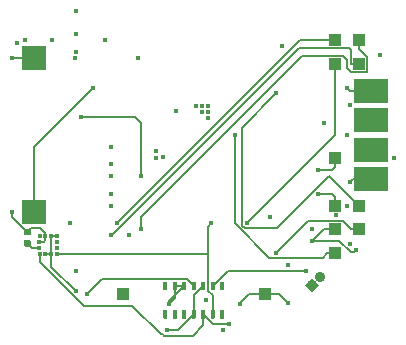
<source format=gbr>
%TF.GenerationSoftware,KiCad,Pcbnew,(6.0.0-rc1-dev-1546-g786ee0e)*%
%TF.CreationDate,2021-05-18T14:47:40-07:00*%
%TF.ProjectId,MainBoard,4d61696e-426f-4617-9264-2e6b69636164,rev?*%
%TF.SameCoordinates,Original*%
%TF.FileFunction,Copper,L4,Bot*%
%TF.FilePolarity,Positive*%
%FSLAX46Y46*%
G04 Gerber Fmt 4.6, Leading zero omitted, Abs format (unit mm)*
G04 Created by KiCad (PCBNEW (6.0.0-rc1-dev-1546-g786ee0e)) date Tue 18 May 2021 02:47:40 PM PDT*
%MOMM*%
%LPD*%
G04 APERTURE LIST*
%TA.AperFunction,SMDPad,CuDef*%
%ADD10R,0.375000X0.350000*%
%TD*%
%TA.AperFunction,SMDPad,CuDef*%
%ADD11R,0.350000X0.375000*%
%TD*%
%TA.AperFunction,Conductor*%
%ADD12C,0.100000*%
%TD*%
%TA.AperFunction,SMDPad,CuDef*%
%ADD13C,0.560000*%
%TD*%
%TA.AperFunction,SMDPad,CuDef*%
%ADD14R,1.000000X1.000000*%
%TD*%
%TA.AperFunction,SMDPad,CuDef*%
%ADD15C,0.350000*%
%TD*%
%TA.AperFunction,SMDPad,CuDef*%
%ADD16R,3.000000X2.000000*%
%TD*%
%TA.AperFunction,ComponentPad*%
%ADD17C,0.850000*%
%TD*%
%TA.AperFunction,Conductor*%
%ADD18C,0.850000*%
%TD*%
%TA.AperFunction,SMDPad,CuDef*%
%ADD19R,2.000000X2.000000*%
%TD*%
%TA.AperFunction,ViaPad*%
%ADD20C,0.400000*%
%TD*%
%TA.AperFunction,Conductor*%
%ADD21C,0.200000*%
%TD*%
G04 APERTURE END LIST*
D10*
%TO.P,U3,12*%
%TO.N,Net-(U3-Pad12)*%
X121962500Y-48050000D03*
%TO.P,U3,11*%
%TO.N,Net-(U3-Pad11)*%
X121962500Y-47550000D03*
%TO.P,U3,6*%
%TO.N,GND*%
X120437500Y-47550000D03*
%TO.P,U3,5*%
%TO.N,Net-(C4-Pad2)*%
X120437500Y-48050000D03*
D11*
%TO.P,U3,10*%
%TO.N,+3V3*%
X121950000Y-47037500D03*
%TO.P,U3,1*%
%TO.N,SCL*%
X121950000Y-48562500D03*
%TO.P,U3,7*%
%TO.N,Net-(U3-Pad7)*%
X120450000Y-47037500D03*
%TO.P,U3,4*%
%TO.N,SDA*%
X120450000Y-48562500D03*
%TO.P,U3,8*%
%TO.N,GND*%
X120950000Y-47037500D03*
%TO.P,U3,9*%
%TO.N,+3V3*%
X121450000Y-47037500D03*
%TO.P,U3,3*%
X120950000Y-48562500D03*
%TO.P,U3,2*%
X121450000Y-48562500D03*
%TD*%
D12*
%TO.N,Net-(C4-Pad2)*%
%TO.C,C4*%
G36*
X119583722Y-47400674D02*
G01*
X119597313Y-47402690D01*
X119610640Y-47406028D01*
X119623576Y-47410657D01*
X119635996Y-47416531D01*
X119647780Y-47423594D01*
X119658815Y-47431779D01*
X119668995Y-47441005D01*
X119678221Y-47451185D01*
X119686406Y-47462220D01*
X119693469Y-47474004D01*
X119699343Y-47486424D01*
X119703972Y-47499360D01*
X119707310Y-47512687D01*
X119709326Y-47526278D01*
X119710000Y-47540000D01*
X119710000Y-47820000D01*
X119709326Y-47833722D01*
X119707310Y-47847313D01*
X119703972Y-47860640D01*
X119699343Y-47873576D01*
X119693469Y-47885996D01*
X119686406Y-47897780D01*
X119678221Y-47908815D01*
X119668995Y-47918995D01*
X119658815Y-47928221D01*
X119647780Y-47936406D01*
X119635996Y-47943469D01*
X119623576Y-47949343D01*
X119610640Y-47953972D01*
X119597313Y-47957310D01*
X119583722Y-47959326D01*
X119570000Y-47960000D01*
X119230000Y-47960000D01*
X119216278Y-47959326D01*
X119202687Y-47957310D01*
X119189360Y-47953972D01*
X119176424Y-47949343D01*
X119164004Y-47943469D01*
X119152220Y-47936406D01*
X119141185Y-47928221D01*
X119131005Y-47918995D01*
X119121779Y-47908815D01*
X119113594Y-47897780D01*
X119106531Y-47885996D01*
X119100657Y-47873576D01*
X119096028Y-47860640D01*
X119092690Y-47847313D01*
X119090674Y-47833722D01*
X119090000Y-47820000D01*
X119090000Y-47540000D01*
X119090674Y-47526278D01*
X119092690Y-47512687D01*
X119096028Y-47499360D01*
X119100657Y-47486424D01*
X119106531Y-47474004D01*
X119113594Y-47462220D01*
X119121779Y-47451185D01*
X119131005Y-47441005D01*
X119141185Y-47431779D01*
X119152220Y-47423594D01*
X119164004Y-47416531D01*
X119176424Y-47410657D01*
X119189360Y-47406028D01*
X119202687Y-47402690D01*
X119216278Y-47400674D01*
X119230000Y-47400000D01*
X119570000Y-47400000D01*
X119583722Y-47400674D01*
X119583722Y-47400674D01*
G37*
D13*
%TD*%
%TO.P,C4,2*%
%TO.N,Net-(C4-Pad2)*%
X119400000Y-47680000D03*
D12*
%TO.N,GND*%
%TO.C,C4*%
G36*
X119583722Y-46440674D02*
G01*
X119597313Y-46442690D01*
X119610640Y-46446028D01*
X119623576Y-46450657D01*
X119635996Y-46456531D01*
X119647780Y-46463594D01*
X119658815Y-46471779D01*
X119668995Y-46481005D01*
X119678221Y-46491185D01*
X119686406Y-46502220D01*
X119693469Y-46514004D01*
X119699343Y-46526424D01*
X119703972Y-46539360D01*
X119707310Y-46552687D01*
X119709326Y-46566278D01*
X119710000Y-46580000D01*
X119710000Y-46860000D01*
X119709326Y-46873722D01*
X119707310Y-46887313D01*
X119703972Y-46900640D01*
X119699343Y-46913576D01*
X119693469Y-46925996D01*
X119686406Y-46937780D01*
X119678221Y-46948815D01*
X119668995Y-46958995D01*
X119658815Y-46968221D01*
X119647780Y-46976406D01*
X119635996Y-46983469D01*
X119623576Y-46989343D01*
X119610640Y-46993972D01*
X119597313Y-46997310D01*
X119583722Y-46999326D01*
X119570000Y-47000000D01*
X119230000Y-47000000D01*
X119216278Y-46999326D01*
X119202687Y-46997310D01*
X119189360Y-46993972D01*
X119176424Y-46989343D01*
X119164004Y-46983469D01*
X119152220Y-46976406D01*
X119141185Y-46968221D01*
X119131005Y-46958995D01*
X119121779Y-46948815D01*
X119113594Y-46937780D01*
X119106531Y-46925996D01*
X119100657Y-46913576D01*
X119096028Y-46900640D01*
X119092690Y-46887313D01*
X119090674Y-46873722D01*
X119090000Y-46860000D01*
X119090000Y-46580000D01*
X119090674Y-46566278D01*
X119092690Y-46552687D01*
X119096028Y-46539360D01*
X119100657Y-46526424D01*
X119106531Y-46514004D01*
X119113594Y-46502220D01*
X119121779Y-46491185D01*
X119131005Y-46481005D01*
X119141185Y-46471779D01*
X119152220Y-46463594D01*
X119164004Y-46456531D01*
X119176424Y-46450657D01*
X119189360Y-46446028D01*
X119202687Y-46442690D01*
X119216278Y-46440674D01*
X119230000Y-46440000D01*
X119570000Y-46440000D01*
X119583722Y-46440674D01*
X119583722Y-46440674D01*
G37*
D13*
%TD*%
%TO.P,C4,1*%
%TO.N,GND*%
X119400000Y-46720000D03*
D14*
%TO.P,TP11,1*%
%TO.N,Net-(BT1-Pad1)*%
X145500000Y-40500000D03*
%TD*%
D12*
%TO.N,Net-(IC1-Pad14)*%
%TO.C,IC1*%
G36*
X135996076Y-50925421D02*
G01*
X136004570Y-50926681D01*
X136012900Y-50928768D01*
X136020985Y-50931661D01*
X136028747Y-50935332D01*
X136036112Y-50939746D01*
X136043009Y-50944862D01*
X136049372Y-50950628D01*
X136055138Y-50956991D01*
X136060254Y-50963888D01*
X136064668Y-50971253D01*
X136068339Y-50979015D01*
X136071232Y-50987100D01*
X136073319Y-50995430D01*
X136074579Y-51003924D01*
X136075000Y-51012500D01*
X136075000Y-51587500D01*
X136074579Y-51596076D01*
X136073319Y-51604570D01*
X136071232Y-51612900D01*
X136068339Y-51620985D01*
X136064668Y-51628747D01*
X136060254Y-51636112D01*
X136055138Y-51643009D01*
X136049372Y-51649372D01*
X136043009Y-51655138D01*
X136036112Y-51660254D01*
X136028747Y-51664668D01*
X136020985Y-51668339D01*
X136012900Y-51671232D01*
X136004570Y-51673319D01*
X135996076Y-51674579D01*
X135987500Y-51675000D01*
X135812500Y-51675000D01*
X135803924Y-51674579D01*
X135795430Y-51673319D01*
X135787100Y-51671232D01*
X135779015Y-51668339D01*
X135771253Y-51664668D01*
X135763888Y-51660254D01*
X135756991Y-51655138D01*
X135750628Y-51649372D01*
X135744862Y-51643009D01*
X135739746Y-51636112D01*
X135735332Y-51628747D01*
X135731661Y-51620985D01*
X135728768Y-51612900D01*
X135726681Y-51604570D01*
X135725421Y-51596076D01*
X135725000Y-51587500D01*
X135725000Y-51012500D01*
X135725421Y-51003924D01*
X135726681Y-50995430D01*
X135728768Y-50987100D01*
X135731661Y-50979015D01*
X135735332Y-50971253D01*
X135739746Y-50963888D01*
X135744862Y-50956991D01*
X135750628Y-50950628D01*
X135756991Y-50944862D01*
X135763888Y-50939746D01*
X135771253Y-50935332D01*
X135779015Y-50931661D01*
X135787100Y-50928768D01*
X135795430Y-50926681D01*
X135803924Y-50925421D01*
X135812500Y-50925000D01*
X135987500Y-50925000D01*
X135996076Y-50925421D01*
X135996076Y-50925421D01*
G37*
D15*
%TD*%
%TO.P,IC1,14*%
%TO.N,Net-(IC1-Pad14)*%
X135900000Y-51300000D03*
D12*
%TO.N,Net-(IC1-Pad13)*%
%TO.C,IC1*%
G36*
X135196076Y-50925421D02*
G01*
X135204570Y-50926681D01*
X135212900Y-50928768D01*
X135220985Y-50931661D01*
X135228747Y-50935332D01*
X135236112Y-50939746D01*
X135243009Y-50944862D01*
X135249372Y-50950628D01*
X135255138Y-50956991D01*
X135260254Y-50963888D01*
X135264668Y-50971253D01*
X135268339Y-50979015D01*
X135271232Y-50987100D01*
X135273319Y-50995430D01*
X135274579Y-51003924D01*
X135275000Y-51012500D01*
X135275000Y-51587500D01*
X135274579Y-51596076D01*
X135273319Y-51604570D01*
X135271232Y-51612900D01*
X135268339Y-51620985D01*
X135264668Y-51628747D01*
X135260254Y-51636112D01*
X135255138Y-51643009D01*
X135249372Y-51649372D01*
X135243009Y-51655138D01*
X135236112Y-51660254D01*
X135228747Y-51664668D01*
X135220985Y-51668339D01*
X135212900Y-51671232D01*
X135204570Y-51673319D01*
X135196076Y-51674579D01*
X135187500Y-51675000D01*
X135012500Y-51675000D01*
X135003924Y-51674579D01*
X134995430Y-51673319D01*
X134987100Y-51671232D01*
X134979015Y-51668339D01*
X134971253Y-51664668D01*
X134963888Y-51660254D01*
X134956991Y-51655138D01*
X134950628Y-51649372D01*
X134944862Y-51643009D01*
X134939746Y-51636112D01*
X134935332Y-51628747D01*
X134931661Y-51620985D01*
X134928768Y-51612900D01*
X134926681Y-51604570D01*
X134925421Y-51596076D01*
X134925000Y-51587500D01*
X134925000Y-51012500D01*
X134925421Y-51003924D01*
X134926681Y-50995430D01*
X134928768Y-50987100D01*
X134931661Y-50979015D01*
X134935332Y-50971253D01*
X134939746Y-50963888D01*
X134944862Y-50956991D01*
X134950628Y-50950628D01*
X134956991Y-50944862D01*
X134963888Y-50939746D01*
X134971253Y-50935332D01*
X134979015Y-50931661D01*
X134987100Y-50928768D01*
X134995430Y-50926681D01*
X135003924Y-50925421D01*
X135012500Y-50925000D01*
X135187500Y-50925000D01*
X135196076Y-50925421D01*
X135196076Y-50925421D01*
G37*
D15*
%TD*%
%TO.P,IC1,13*%
%TO.N,Net-(IC1-Pad13)*%
X135100000Y-51300000D03*
D12*
%TO.N,GND*%
%TO.C,IC1*%
G36*
X134396076Y-50925421D02*
G01*
X134404570Y-50926681D01*
X134412900Y-50928768D01*
X134420985Y-50931661D01*
X134428747Y-50935332D01*
X134436112Y-50939746D01*
X134443009Y-50944862D01*
X134449372Y-50950628D01*
X134455138Y-50956991D01*
X134460254Y-50963888D01*
X134464668Y-50971253D01*
X134468339Y-50979015D01*
X134471232Y-50987100D01*
X134473319Y-50995430D01*
X134474579Y-51003924D01*
X134475000Y-51012500D01*
X134475000Y-51587500D01*
X134474579Y-51596076D01*
X134473319Y-51604570D01*
X134471232Y-51612900D01*
X134468339Y-51620985D01*
X134464668Y-51628747D01*
X134460254Y-51636112D01*
X134455138Y-51643009D01*
X134449372Y-51649372D01*
X134443009Y-51655138D01*
X134436112Y-51660254D01*
X134428747Y-51664668D01*
X134420985Y-51668339D01*
X134412900Y-51671232D01*
X134404570Y-51673319D01*
X134396076Y-51674579D01*
X134387500Y-51675000D01*
X134212500Y-51675000D01*
X134203924Y-51674579D01*
X134195430Y-51673319D01*
X134187100Y-51671232D01*
X134179015Y-51668339D01*
X134171253Y-51664668D01*
X134163888Y-51660254D01*
X134156991Y-51655138D01*
X134150628Y-51649372D01*
X134144862Y-51643009D01*
X134139746Y-51636112D01*
X134135332Y-51628747D01*
X134131661Y-51620985D01*
X134128768Y-51612900D01*
X134126681Y-51604570D01*
X134125421Y-51596076D01*
X134125000Y-51587500D01*
X134125000Y-51012500D01*
X134125421Y-51003924D01*
X134126681Y-50995430D01*
X134128768Y-50987100D01*
X134131661Y-50979015D01*
X134135332Y-50971253D01*
X134139746Y-50963888D01*
X134144862Y-50956991D01*
X134150628Y-50950628D01*
X134156991Y-50944862D01*
X134163888Y-50939746D01*
X134171253Y-50935332D01*
X134179015Y-50931661D01*
X134187100Y-50928768D01*
X134195430Y-50926681D01*
X134203924Y-50925421D01*
X134212500Y-50925000D01*
X134387500Y-50925000D01*
X134396076Y-50925421D01*
X134396076Y-50925421D01*
G37*
D15*
%TD*%
%TO.P,IC1,12*%
%TO.N,GND*%
X134300000Y-51300000D03*
D12*
%TO.N,Net-(D2-Pad2)*%
%TO.C,IC1*%
G36*
X133596076Y-50925421D02*
G01*
X133604570Y-50926681D01*
X133612900Y-50928768D01*
X133620985Y-50931661D01*
X133628747Y-50935332D01*
X133636112Y-50939746D01*
X133643009Y-50944862D01*
X133649372Y-50950628D01*
X133655138Y-50956991D01*
X133660254Y-50963888D01*
X133664668Y-50971253D01*
X133668339Y-50979015D01*
X133671232Y-50987100D01*
X133673319Y-50995430D01*
X133674579Y-51003924D01*
X133675000Y-51012500D01*
X133675000Y-51587500D01*
X133674579Y-51596076D01*
X133673319Y-51604570D01*
X133671232Y-51612900D01*
X133668339Y-51620985D01*
X133664668Y-51628747D01*
X133660254Y-51636112D01*
X133655138Y-51643009D01*
X133649372Y-51649372D01*
X133643009Y-51655138D01*
X133636112Y-51660254D01*
X133628747Y-51664668D01*
X133620985Y-51668339D01*
X133612900Y-51671232D01*
X133604570Y-51673319D01*
X133596076Y-51674579D01*
X133587500Y-51675000D01*
X133412500Y-51675000D01*
X133403924Y-51674579D01*
X133395430Y-51673319D01*
X133387100Y-51671232D01*
X133379015Y-51668339D01*
X133371253Y-51664668D01*
X133363888Y-51660254D01*
X133356991Y-51655138D01*
X133350628Y-51649372D01*
X133344862Y-51643009D01*
X133339746Y-51636112D01*
X133335332Y-51628747D01*
X133331661Y-51620985D01*
X133328768Y-51612900D01*
X133326681Y-51604570D01*
X133325421Y-51596076D01*
X133325000Y-51587500D01*
X133325000Y-51012500D01*
X133325421Y-51003924D01*
X133326681Y-50995430D01*
X133328768Y-50987100D01*
X133331661Y-50979015D01*
X133335332Y-50971253D01*
X133339746Y-50963888D01*
X133344862Y-50956991D01*
X133350628Y-50950628D01*
X133356991Y-50944862D01*
X133363888Y-50939746D01*
X133371253Y-50935332D01*
X133379015Y-50931661D01*
X133387100Y-50928768D01*
X133395430Y-50926681D01*
X133403924Y-50925421D01*
X133412500Y-50925000D01*
X133587500Y-50925000D01*
X133596076Y-50925421D01*
X133596076Y-50925421D01*
G37*
D15*
%TD*%
%TO.P,IC1,11*%
%TO.N,Net-(D2-Pad2)*%
X133500000Y-51300000D03*
D12*
%TO.N,+3V3*%
%TO.C,IC1*%
G36*
X132796076Y-50925421D02*
G01*
X132804570Y-50926681D01*
X132812900Y-50928768D01*
X132820985Y-50931661D01*
X132828747Y-50935332D01*
X132836112Y-50939746D01*
X132843009Y-50944862D01*
X132849372Y-50950628D01*
X132855138Y-50956991D01*
X132860254Y-50963888D01*
X132864668Y-50971253D01*
X132868339Y-50979015D01*
X132871232Y-50987100D01*
X132873319Y-50995430D01*
X132874579Y-51003924D01*
X132875000Y-51012500D01*
X132875000Y-51587500D01*
X132874579Y-51596076D01*
X132873319Y-51604570D01*
X132871232Y-51612900D01*
X132868339Y-51620985D01*
X132864668Y-51628747D01*
X132860254Y-51636112D01*
X132855138Y-51643009D01*
X132849372Y-51649372D01*
X132843009Y-51655138D01*
X132836112Y-51660254D01*
X132828747Y-51664668D01*
X132820985Y-51668339D01*
X132812900Y-51671232D01*
X132804570Y-51673319D01*
X132796076Y-51674579D01*
X132787500Y-51675000D01*
X132612500Y-51675000D01*
X132603924Y-51674579D01*
X132595430Y-51673319D01*
X132587100Y-51671232D01*
X132579015Y-51668339D01*
X132571253Y-51664668D01*
X132563888Y-51660254D01*
X132556991Y-51655138D01*
X132550628Y-51649372D01*
X132544862Y-51643009D01*
X132539746Y-51636112D01*
X132535332Y-51628747D01*
X132531661Y-51620985D01*
X132528768Y-51612900D01*
X132526681Y-51604570D01*
X132525421Y-51596076D01*
X132525000Y-51587500D01*
X132525000Y-51012500D01*
X132525421Y-51003924D01*
X132526681Y-50995430D01*
X132528768Y-50987100D01*
X132531661Y-50979015D01*
X132535332Y-50971253D01*
X132539746Y-50963888D01*
X132544862Y-50956991D01*
X132550628Y-50950628D01*
X132556991Y-50944862D01*
X132563888Y-50939746D01*
X132571253Y-50935332D01*
X132579015Y-50931661D01*
X132587100Y-50928768D01*
X132595430Y-50926681D01*
X132603924Y-50925421D01*
X132612500Y-50925000D01*
X132787500Y-50925000D01*
X132796076Y-50925421D01*
X132796076Y-50925421D01*
G37*
D15*
%TD*%
%TO.P,IC1,10*%
%TO.N,+3V3*%
X132700000Y-51300000D03*
D12*
%TO.N,+3V3*%
%TO.C,IC1*%
G36*
X131996076Y-50925421D02*
G01*
X132004570Y-50926681D01*
X132012900Y-50928768D01*
X132020985Y-50931661D01*
X132028747Y-50935332D01*
X132036112Y-50939746D01*
X132043009Y-50944862D01*
X132049372Y-50950628D01*
X132055138Y-50956991D01*
X132060254Y-50963888D01*
X132064668Y-50971253D01*
X132068339Y-50979015D01*
X132071232Y-50987100D01*
X132073319Y-50995430D01*
X132074579Y-51003924D01*
X132075000Y-51012500D01*
X132075000Y-51587500D01*
X132074579Y-51596076D01*
X132073319Y-51604570D01*
X132071232Y-51612900D01*
X132068339Y-51620985D01*
X132064668Y-51628747D01*
X132060254Y-51636112D01*
X132055138Y-51643009D01*
X132049372Y-51649372D01*
X132043009Y-51655138D01*
X132036112Y-51660254D01*
X132028747Y-51664668D01*
X132020985Y-51668339D01*
X132012900Y-51671232D01*
X132004570Y-51673319D01*
X131996076Y-51674579D01*
X131987500Y-51675000D01*
X131812500Y-51675000D01*
X131803924Y-51674579D01*
X131795430Y-51673319D01*
X131787100Y-51671232D01*
X131779015Y-51668339D01*
X131771253Y-51664668D01*
X131763888Y-51660254D01*
X131756991Y-51655138D01*
X131750628Y-51649372D01*
X131744862Y-51643009D01*
X131739746Y-51636112D01*
X131735332Y-51628747D01*
X131731661Y-51620985D01*
X131728768Y-51612900D01*
X131726681Y-51604570D01*
X131725421Y-51596076D01*
X131725000Y-51587500D01*
X131725000Y-51012500D01*
X131725421Y-51003924D01*
X131726681Y-50995430D01*
X131728768Y-50987100D01*
X131731661Y-50979015D01*
X131735332Y-50971253D01*
X131739746Y-50963888D01*
X131744862Y-50956991D01*
X131750628Y-50950628D01*
X131756991Y-50944862D01*
X131763888Y-50939746D01*
X131771253Y-50935332D01*
X131779015Y-50931661D01*
X131787100Y-50928768D01*
X131795430Y-50926681D01*
X131803924Y-50925421D01*
X131812500Y-50925000D01*
X131987500Y-50925000D01*
X131996076Y-50925421D01*
X131996076Y-50925421D01*
G37*
D15*
%TD*%
%TO.P,IC1,9*%
%TO.N,+3V3*%
X131900000Y-51300000D03*
D12*
%TO.N,Net-(IC1-Pad8)*%
%TO.C,IC1*%
G36*
X131196076Y-50925421D02*
G01*
X131204570Y-50926681D01*
X131212900Y-50928768D01*
X131220985Y-50931661D01*
X131228747Y-50935332D01*
X131236112Y-50939746D01*
X131243009Y-50944862D01*
X131249372Y-50950628D01*
X131255138Y-50956991D01*
X131260254Y-50963888D01*
X131264668Y-50971253D01*
X131268339Y-50979015D01*
X131271232Y-50987100D01*
X131273319Y-50995430D01*
X131274579Y-51003924D01*
X131275000Y-51012500D01*
X131275000Y-51587500D01*
X131274579Y-51596076D01*
X131273319Y-51604570D01*
X131271232Y-51612900D01*
X131268339Y-51620985D01*
X131264668Y-51628747D01*
X131260254Y-51636112D01*
X131255138Y-51643009D01*
X131249372Y-51649372D01*
X131243009Y-51655138D01*
X131236112Y-51660254D01*
X131228747Y-51664668D01*
X131220985Y-51668339D01*
X131212900Y-51671232D01*
X131204570Y-51673319D01*
X131196076Y-51674579D01*
X131187500Y-51675000D01*
X131012500Y-51675000D01*
X131003924Y-51674579D01*
X130995430Y-51673319D01*
X130987100Y-51671232D01*
X130979015Y-51668339D01*
X130971253Y-51664668D01*
X130963888Y-51660254D01*
X130956991Y-51655138D01*
X130950628Y-51649372D01*
X130944862Y-51643009D01*
X130939746Y-51636112D01*
X130935332Y-51628747D01*
X130931661Y-51620985D01*
X130928768Y-51612900D01*
X130926681Y-51604570D01*
X130925421Y-51596076D01*
X130925000Y-51587500D01*
X130925000Y-51012500D01*
X130925421Y-51003924D01*
X130926681Y-50995430D01*
X130928768Y-50987100D01*
X130931661Y-50979015D01*
X130935332Y-50971253D01*
X130939746Y-50963888D01*
X130944862Y-50956991D01*
X130950628Y-50950628D01*
X130956991Y-50944862D01*
X130963888Y-50939746D01*
X130971253Y-50935332D01*
X130979015Y-50931661D01*
X130987100Y-50928768D01*
X130995430Y-50926681D01*
X131003924Y-50925421D01*
X131012500Y-50925000D01*
X131187500Y-50925000D01*
X131196076Y-50925421D01*
X131196076Y-50925421D01*
G37*
D15*
%TD*%
%TO.P,IC1,8*%
%TO.N,Net-(IC1-Pad8)*%
X131100000Y-51300000D03*
D12*
%TO.N,Net-(IC1-Pad7)*%
%TO.C,IC1*%
G36*
X131196076Y-53325421D02*
G01*
X131204570Y-53326681D01*
X131212900Y-53328768D01*
X131220985Y-53331661D01*
X131228747Y-53335332D01*
X131236112Y-53339746D01*
X131243009Y-53344862D01*
X131249372Y-53350628D01*
X131255138Y-53356991D01*
X131260254Y-53363888D01*
X131264668Y-53371253D01*
X131268339Y-53379015D01*
X131271232Y-53387100D01*
X131273319Y-53395430D01*
X131274579Y-53403924D01*
X131275000Y-53412500D01*
X131275000Y-53987500D01*
X131274579Y-53996076D01*
X131273319Y-54004570D01*
X131271232Y-54012900D01*
X131268339Y-54020985D01*
X131264668Y-54028747D01*
X131260254Y-54036112D01*
X131255138Y-54043009D01*
X131249372Y-54049372D01*
X131243009Y-54055138D01*
X131236112Y-54060254D01*
X131228747Y-54064668D01*
X131220985Y-54068339D01*
X131212900Y-54071232D01*
X131204570Y-54073319D01*
X131196076Y-54074579D01*
X131187500Y-54075000D01*
X131012500Y-54075000D01*
X131003924Y-54074579D01*
X130995430Y-54073319D01*
X130987100Y-54071232D01*
X130979015Y-54068339D01*
X130971253Y-54064668D01*
X130963888Y-54060254D01*
X130956991Y-54055138D01*
X130950628Y-54049372D01*
X130944862Y-54043009D01*
X130939746Y-54036112D01*
X130935332Y-54028747D01*
X130931661Y-54020985D01*
X130928768Y-54012900D01*
X130926681Y-54004570D01*
X130925421Y-53996076D01*
X130925000Y-53987500D01*
X130925000Y-53412500D01*
X130925421Y-53403924D01*
X130926681Y-53395430D01*
X130928768Y-53387100D01*
X130931661Y-53379015D01*
X130935332Y-53371253D01*
X130939746Y-53363888D01*
X130944862Y-53356991D01*
X130950628Y-53350628D01*
X130956991Y-53344862D01*
X130963888Y-53339746D01*
X130971253Y-53335332D01*
X130979015Y-53331661D01*
X130987100Y-53328768D01*
X130995430Y-53326681D01*
X131003924Y-53325421D01*
X131012500Y-53325000D01*
X131187500Y-53325000D01*
X131196076Y-53325421D01*
X131196076Y-53325421D01*
G37*
D15*
%TD*%
%TO.P,IC1,7*%
%TO.N,Net-(IC1-Pad7)*%
X131100000Y-53700000D03*
D12*
%TO.N,Net-(IC1-Pad6)*%
%TO.C,IC1*%
G36*
X131996076Y-53325421D02*
G01*
X132004570Y-53326681D01*
X132012900Y-53328768D01*
X132020985Y-53331661D01*
X132028747Y-53335332D01*
X132036112Y-53339746D01*
X132043009Y-53344862D01*
X132049372Y-53350628D01*
X132055138Y-53356991D01*
X132060254Y-53363888D01*
X132064668Y-53371253D01*
X132068339Y-53379015D01*
X132071232Y-53387100D01*
X132073319Y-53395430D01*
X132074579Y-53403924D01*
X132075000Y-53412500D01*
X132075000Y-53987500D01*
X132074579Y-53996076D01*
X132073319Y-54004570D01*
X132071232Y-54012900D01*
X132068339Y-54020985D01*
X132064668Y-54028747D01*
X132060254Y-54036112D01*
X132055138Y-54043009D01*
X132049372Y-54049372D01*
X132043009Y-54055138D01*
X132036112Y-54060254D01*
X132028747Y-54064668D01*
X132020985Y-54068339D01*
X132012900Y-54071232D01*
X132004570Y-54073319D01*
X131996076Y-54074579D01*
X131987500Y-54075000D01*
X131812500Y-54075000D01*
X131803924Y-54074579D01*
X131795430Y-54073319D01*
X131787100Y-54071232D01*
X131779015Y-54068339D01*
X131771253Y-54064668D01*
X131763888Y-54060254D01*
X131756991Y-54055138D01*
X131750628Y-54049372D01*
X131744862Y-54043009D01*
X131739746Y-54036112D01*
X131735332Y-54028747D01*
X131731661Y-54020985D01*
X131728768Y-54012900D01*
X131726681Y-54004570D01*
X131725421Y-53996076D01*
X131725000Y-53987500D01*
X131725000Y-53412500D01*
X131725421Y-53403924D01*
X131726681Y-53395430D01*
X131728768Y-53387100D01*
X131731661Y-53379015D01*
X131735332Y-53371253D01*
X131739746Y-53363888D01*
X131744862Y-53356991D01*
X131750628Y-53350628D01*
X131756991Y-53344862D01*
X131763888Y-53339746D01*
X131771253Y-53335332D01*
X131779015Y-53331661D01*
X131787100Y-53328768D01*
X131795430Y-53326681D01*
X131803924Y-53325421D01*
X131812500Y-53325000D01*
X131987500Y-53325000D01*
X131996076Y-53325421D01*
X131996076Y-53325421D01*
G37*
D15*
%TD*%
%TO.P,IC1,6*%
%TO.N,Net-(IC1-Pad6)*%
X131900000Y-53700000D03*
D12*
%TO.N,Net-(IC1-Pad5)*%
%TO.C,IC1*%
G36*
X132796076Y-53325421D02*
G01*
X132804570Y-53326681D01*
X132812900Y-53328768D01*
X132820985Y-53331661D01*
X132828747Y-53335332D01*
X132836112Y-53339746D01*
X132843009Y-53344862D01*
X132849372Y-53350628D01*
X132855138Y-53356991D01*
X132860254Y-53363888D01*
X132864668Y-53371253D01*
X132868339Y-53379015D01*
X132871232Y-53387100D01*
X132873319Y-53395430D01*
X132874579Y-53403924D01*
X132875000Y-53412500D01*
X132875000Y-53987500D01*
X132874579Y-53996076D01*
X132873319Y-54004570D01*
X132871232Y-54012900D01*
X132868339Y-54020985D01*
X132864668Y-54028747D01*
X132860254Y-54036112D01*
X132855138Y-54043009D01*
X132849372Y-54049372D01*
X132843009Y-54055138D01*
X132836112Y-54060254D01*
X132828747Y-54064668D01*
X132820985Y-54068339D01*
X132812900Y-54071232D01*
X132804570Y-54073319D01*
X132796076Y-54074579D01*
X132787500Y-54075000D01*
X132612500Y-54075000D01*
X132603924Y-54074579D01*
X132595430Y-54073319D01*
X132587100Y-54071232D01*
X132579015Y-54068339D01*
X132571253Y-54064668D01*
X132563888Y-54060254D01*
X132556991Y-54055138D01*
X132550628Y-54049372D01*
X132544862Y-54043009D01*
X132539746Y-54036112D01*
X132535332Y-54028747D01*
X132531661Y-54020985D01*
X132528768Y-54012900D01*
X132526681Y-54004570D01*
X132525421Y-53996076D01*
X132525000Y-53987500D01*
X132525000Y-53412500D01*
X132525421Y-53403924D01*
X132526681Y-53395430D01*
X132528768Y-53387100D01*
X132531661Y-53379015D01*
X132535332Y-53371253D01*
X132539746Y-53363888D01*
X132544862Y-53356991D01*
X132550628Y-53350628D01*
X132556991Y-53344862D01*
X132563888Y-53339746D01*
X132571253Y-53335332D01*
X132579015Y-53331661D01*
X132587100Y-53328768D01*
X132595430Y-53326681D01*
X132603924Y-53325421D01*
X132612500Y-53325000D01*
X132787500Y-53325000D01*
X132796076Y-53325421D01*
X132796076Y-53325421D01*
G37*
D15*
%TD*%
%TO.P,IC1,5*%
%TO.N,Net-(IC1-Pad5)*%
X132700000Y-53700000D03*
D12*
%TO.N,GND*%
%TO.C,IC1*%
G36*
X133596076Y-53325421D02*
G01*
X133604570Y-53326681D01*
X133612900Y-53328768D01*
X133620985Y-53331661D01*
X133628747Y-53335332D01*
X133636112Y-53339746D01*
X133643009Y-53344862D01*
X133649372Y-53350628D01*
X133655138Y-53356991D01*
X133660254Y-53363888D01*
X133664668Y-53371253D01*
X133668339Y-53379015D01*
X133671232Y-53387100D01*
X133673319Y-53395430D01*
X133674579Y-53403924D01*
X133675000Y-53412500D01*
X133675000Y-53987500D01*
X133674579Y-53996076D01*
X133673319Y-54004570D01*
X133671232Y-54012900D01*
X133668339Y-54020985D01*
X133664668Y-54028747D01*
X133660254Y-54036112D01*
X133655138Y-54043009D01*
X133649372Y-54049372D01*
X133643009Y-54055138D01*
X133636112Y-54060254D01*
X133628747Y-54064668D01*
X133620985Y-54068339D01*
X133612900Y-54071232D01*
X133604570Y-54073319D01*
X133596076Y-54074579D01*
X133587500Y-54075000D01*
X133412500Y-54075000D01*
X133403924Y-54074579D01*
X133395430Y-54073319D01*
X133387100Y-54071232D01*
X133379015Y-54068339D01*
X133371253Y-54064668D01*
X133363888Y-54060254D01*
X133356991Y-54055138D01*
X133350628Y-54049372D01*
X133344862Y-54043009D01*
X133339746Y-54036112D01*
X133335332Y-54028747D01*
X133331661Y-54020985D01*
X133328768Y-54012900D01*
X133326681Y-54004570D01*
X133325421Y-53996076D01*
X133325000Y-53987500D01*
X133325000Y-53412500D01*
X133325421Y-53403924D01*
X133326681Y-53395430D01*
X133328768Y-53387100D01*
X133331661Y-53379015D01*
X133335332Y-53371253D01*
X133339746Y-53363888D01*
X133344862Y-53356991D01*
X133350628Y-53350628D01*
X133356991Y-53344862D01*
X133363888Y-53339746D01*
X133371253Y-53335332D01*
X133379015Y-53331661D01*
X133387100Y-53328768D01*
X133395430Y-53326681D01*
X133403924Y-53325421D01*
X133412500Y-53325000D01*
X133587500Y-53325000D01*
X133596076Y-53325421D01*
X133596076Y-53325421D01*
G37*
D15*
%TD*%
%TO.P,IC1,4*%
%TO.N,GND*%
X133500000Y-53700000D03*
D12*
%TO.N,SDA*%
%TO.C,IC1*%
G36*
X134396076Y-53325421D02*
G01*
X134404570Y-53326681D01*
X134412900Y-53328768D01*
X134420985Y-53331661D01*
X134428747Y-53335332D01*
X134436112Y-53339746D01*
X134443009Y-53344862D01*
X134449372Y-53350628D01*
X134455138Y-53356991D01*
X134460254Y-53363888D01*
X134464668Y-53371253D01*
X134468339Y-53379015D01*
X134471232Y-53387100D01*
X134473319Y-53395430D01*
X134474579Y-53403924D01*
X134475000Y-53412500D01*
X134475000Y-53987500D01*
X134474579Y-53996076D01*
X134473319Y-54004570D01*
X134471232Y-54012900D01*
X134468339Y-54020985D01*
X134464668Y-54028747D01*
X134460254Y-54036112D01*
X134455138Y-54043009D01*
X134449372Y-54049372D01*
X134443009Y-54055138D01*
X134436112Y-54060254D01*
X134428747Y-54064668D01*
X134420985Y-54068339D01*
X134412900Y-54071232D01*
X134404570Y-54073319D01*
X134396076Y-54074579D01*
X134387500Y-54075000D01*
X134212500Y-54075000D01*
X134203924Y-54074579D01*
X134195430Y-54073319D01*
X134187100Y-54071232D01*
X134179015Y-54068339D01*
X134171253Y-54064668D01*
X134163888Y-54060254D01*
X134156991Y-54055138D01*
X134150628Y-54049372D01*
X134144862Y-54043009D01*
X134139746Y-54036112D01*
X134135332Y-54028747D01*
X134131661Y-54020985D01*
X134128768Y-54012900D01*
X134126681Y-54004570D01*
X134125421Y-53996076D01*
X134125000Y-53987500D01*
X134125000Y-53412500D01*
X134125421Y-53403924D01*
X134126681Y-53395430D01*
X134128768Y-53387100D01*
X134131661Y-53379015D01*
X134135332Y-53371253D01*
X134139746Y-53363888D01*
X134144862Y-53356991D01*
X134150628Y-53350628D01*
X134156991Y-53344862D01*
X134163888Y-53339746D01*
X134171253Y-53335332D01*
X134179015Y-53331661D01*
X134187100Y-53328768D01*
X134195430Y-53326681D01*
X134203924Y-53325421D01*
X134212500Y-53325000D01*
X134387500Y-53325000D01*
X134396076Y-53325421D01*
X134396076Y-53325421D01*
G37*
D15*
%TD*%
%TO.P,IC1,3*%
%TO.N,SDA*%
X134300000Y-53700000D03*
D12*
%TO.N,SCL*%
%TO.C,IC1*%
G36*
X135196076Y-53325421D02*
G01*
X135204570Y-53326681D01*
X135212900Y-53328768D01*
X135220985Y-53331661D01*
X135228747Y-53335332D01*
X135236112Y-53339746D01*
X135243009Y-53344862D01*
X135249372Y-53350628D01*
X135255138Y-53356991D01*
X135260254Y-53363888D01*
X135264668Y-53371253D01*
X135268339Y-53379015D01*
X135271232Y-53387100D01*
X135273319Y-53395430D01*
X135274579Y-53403924D01*
X135275000Y-53412500D01*
X135275000Y-53987500D01*
X135274579Y-53996076D01*
X135273319Y-54004570D01*
X135271232Y-54012900D01*
X135268339Y-54020985D01*
X135264668Y-54028747D01*
X135260254Y-54036112D01*
X135255138Y-54043009D01*
X135249372Y-54049372D01*
X135243009Y-54055138D01*
X135236112Y-54060254D01*
X135228747Y-54064668D01*
X135220985Y-54068339D01*
X135212900Y-54071232D01*
X135204570Y-54073319D01*
X135196076Y-54074579D01*
X135187500Y-54075000D01*
X135012500Y-54075000D01*
X135003924Y-54074579D01*
X134995430Y-54073319D01*
X134987100Y-54071232D01*
X134979015Y-54068339D01*
X134971253Y-54064668D01*
X134963888Y-54060254D01*
X134956991Y-54055138D01*
X134950628Y-54049372D01*
X134944862Y-54043009D01*
X134939746Y-54036112D01*
X134935332Y-54028747D01*
X134931661Y-54020985D01*
X134928768Y-54012900D01*
X134926681Y-54004570D01*
X134925421Y-53996076D01*
X134925000Y-53987500D01*
X134925000Y-53412500D01*
X134925421Y-53403924D01*
X134926681Y-53395430D01*
X134928768Y-53387100D01*
X134931661Y-53379015D01*
X134935332Y-53371253D01*
X134939746Y-53363888D01*
X134944862Y-53356991D01*
X134950628Y-53350628D01*
X134956991Y-53344862D01*
X134963888Y-53339746D01*
X134971253Y-53335332D01*
X134979015Y-53331661D01*
X134987100Y-53328768D01*
X134995430Y-53326681D01*
X135003924Y-53325421D01*
X135012500Y-53325000D01*
X135187500Y-53325000D01*
X135196076Y-53325421D01*
X135196076Y-53325421D01*
G37*
D15*
%TD*%
%TO.P,IC1,2*%
%TO.N,SCL*%
X135100000Y-53700000D03*
D12*
%TO.N,Net-(IC1-Pad1)*%
%TO.C,IC1*%
G36*
X135996076Y-53325421D02*
G01*
X136004570Y-53326681D01*
X136012900Y-53328768D01*
X136020985Y-53331661D01*
X136028747Y-53335332D01*
X136036112Y-53339746D01*
X136043009Y-53344862D01*
X136049372Y-53350628D01*
X136055138Y-53356991D01*
X136060254Y-53363888D01*
X136064668Y-53371253D01*
X136068339Y-53379015D01*
X136071232Y-53387100D01*
X136073319Y-53395430D01*
X136074579Y-53403924D01*
X136075000Y-53412500D01*
X136075000Y-53987500D01*
X136074579Y-53996076D01*
X136073319Y-54004570D01*
X136071232Y-54012900D01*
X136068339Y-54020985D01*
X136064668Y-54028747D01*
X136060254Y-54036112D01*
X136055138Y-54043009D01*
X136049372Y-54049372D01*
X136043009Y-54055138D01*
X136036112Y-54060254D01*
X136028747Y-54064668D01*
X136020985Y-54068339D01*
X136012900Y-54071232D01*
X136004570Y-54073319D01*
X135996076Y-54074579D01*
X135987500Y-54075000D01*
X135812500Y-54075000D01*
X135803924Y-54074579D01*
X135795430Y-54073319D01*
X135787100Y-54071232D01*
X135779015Y-54068339D01*
X135771253Y-54064668D01*
X135763888Y-54060254D01*
X135756991Y-54055138D01*
X135750628Y-54049372D01*
X135744862Y-54043009D01*
X135739746Y-54036112D01*
X135735332Y-54028747D01*
X135731661Y-54020985D01*
X135728768Y-54012900D01*
X135726681Y-54004570D01*
X135725421Y-53996076D01*
X135725000Y-53987500D01*
X135725000Y-53412500D01*
X135725421Y-53403924D01*
X135726681Y-53395430D01*
X135728768Y-53387100D01*
X135731661Y-53379015D01*
X135735332Y-53371253D01*
X135739746Y-53363888D01*
X135744862Y-53356991D01*
X135750628Y-53350628D01*
X135756991Y-53344862D01*
X135763888Y-53339746D01*
X135771253Y-53335332D01*
X135779015Y-53331661D01*
X135787100Y-53328768D01*
X135795430Y-53326681D01*
X135803924Y-53325421D01*
X135812500Y-53325000D01*
X135987500Y-53325000D01*
X135996076Y-53325421D01*
X135996076Y-53325421D01*
G37*
D15*
%TD*%
%TO.P,IC1,1*%
%TO.N,Net-(IC1-Pad1)*%
X135900000Y-53700000D03*
D16*
%TO.P,J6,4*%
%TO.N,GND*%
X148500000Y-34750000D03*
%TO.P,J6,3*%
%TO.N,SDA*%
X148500000Y-37250000D03*
%TO.P,J6,2*%
%TO.N,SCL*%
X148500000Y-39750000D03*
%TO.P,J6,1*%
%TO.N,+3V3*%
X148500000Y-42250000D03*
%TD*%
D14*
%TO.P,TP10,1*%
%TO.N,GND*%
X127500000Y-52000000D03*
%TD*%
%TO.P,TP14,1*%
%TO.N,+3V3*%
X139500000Y-52000000D03*
%TD*%
%TO.P,TP1,1*%
%TO.N,Net-(R2-Pad2)*%
X145500000Y-44500000D03*
%TD*%
%TO.P,TP2,1*%
%TO.N,Net-(TP2-Pad1)*%
X147500000Y-32500000D03*
%TD*%
%TO.P,TP3,1*%
%TO.N,Net-(TP3-Pad1)*%
X145500000Y-30500000D03*
%TD*%
%TO.P,TP4,1*%
%TO.N,Net-(R7-Pad1)*%
X145500000Y-46500000D03*
%TD*%
%TO.P,TP5,1*%
%TO.N,Net-(TP5-Pad1)*%
X147500000Y-30500000D03*
%TD*%
%TO.P,TP6,1*%
%TO.N,Net-(TP6-Pad1)*%
X145500000Y-32500000D03*
%TD*%
%TO.P,TP7,1*%
%TO.N,Net-(R8-Pad2)*%
X147500000Y-46500000D03*
%TD*%
%TO.P,TP8,1*%
%TO.N,Net-(TP8-Pad1)*%
X147500000Y-44500000D03*
%TD*%
%TO.P,TP9,1*%
%TO.N,Net-(TP9-Pad1)*%
X145500000Y-48500000D03*
%TD*%
D17*
%TO.P,BT1,2*%
%TO.N,GND*%
X144207107Y-50500000D03*
D18*
%TD*%
%TO.N,GND*%
%TO.C,BT1*%
X144207107Y-50500000D02*
X144207107Y-50500000D01*
D17*
%TO.P,BT1,1*%
%TO.N,Net-(BT1-Pad1)*%
X143500000Y-51207107D03*
D12*
%TD*%
%TO.N,Net-(BT1-Pad1)*%
%TO.C,BT1*%
G36*
X144101041Y-51207107D02*
G01*
X143500000Y-51808148D01*
X142898959Y-51207107D01*
X143500000Y-50606066D01*
X144101041Y-51207107D01*
X144101041Y-51207107D01*
G37*
D19*
%TO.P,BZ1,2*%
%TO.N,Net-(BZ1-Pad2)*%
X120000000Y-45000000D03*
%TO.P,BZ1,1*%
%TO.N,GND*%
X120000000Y-32000000D03*
%TD*%
D20*
%TO.N,GND*%
X134200000Y-36600000D03*
X134700000Y-37100000D03*
X133700000Y-36100000D03*
X134700000Y-36600000D03*
X134200000Y-36100000D03*
X134700000Y-36100000D03*
X130900000Y-40400000D03*
X130300000Y-39900000D03*
X130300000Y-40500000D03*
X127500000Y-52000000D03*
X118120000Y-32000000D03*
X118120000Y-45000000D03*
X128000000Y-47000000D03*
X146500000Y-44500000D03*
X146500000Y-38500000D03*
X146500000Y-34500000D03*
X141000000Y-31000000D03*
X126000000Y-30500000D03*
X132000000Y-36500000D03*
X146750000Y-47750000D03*
X131250000Y-55010010D03*
X136000000Y-55010010D03*
X123500000Y-28000000D03*
%TO.N,+3V3*%
X141500000Y-52750000D03*
X141490000Y-49500000D03*
X146750000Y-42500000D03*
X144500000Y-37500000D03*
X146750000Y-36000000D03*
X149250000Y-31750000D03*
X131450000Y-52800000D03*
X123500000Y-51750000D03*
X128750000Y-32000000D03*
X118500000Y-30750000D03*
X150500000Y-40500000D03*
X137450000Y-52800000D03*
%TO.N,SDA*%
X149500000Y-37500000D03*
X136500000Y-54500000D03*
%TO.N,SCL*%
X148500000Y-39750000D03*
X135000000Y-46000000D03*
%TO.N,Net-(R4-Pad1)*%
X129000000Y-42000000D03*
X124000000Y-37000000D03*
%TO.N,Net-(R5-Pad1)*%
X140000000Y-45500000D03*
X134500000Y-52500000D03*
%TO.N,Net-(D2-Pad2)*%
X124500000Y-52000000D03*
%TO.N,Net-(J3-Pad9)*%
X126500000Y-41000000D03*
X123474228Y-32025772D03*
%TO.N,Net-(J3-Pad8)*%
X126500000Y-39500000D03*
X123500000Y-31500000D03*
%TO.N,Net-(J3-Pad7)*%
X126500000Y-44500000D03*
X119250000Y-30500000D03*
%TO.N,Net-(J3-Pad6)*%
X126500000Y-43500000D03*
X121500000Y-30500000D03*
%TO.N,Net-(J3-Pad5)*%
X126500000Y-42000000D03*
X123500000Y-30000000D03*
%TO.N,Net-(IC1-Pad13)*%
X143000000Y-50000000D03*
%TO.N,Net-(R2-Pad2)*%
X144000000Y-43500000D03*
%TO.N,Net-(R2-Pad1)*%
X123000000Y-46000000D03*
X143500000Y-46500000D03*
%TO.N,Net-(R7-Pad1)*%
X143500000Y-47500000D03*
X147250000Y-48250000D03*
%TO.N,Net-(R8-Pad2)*%
X140500000Y-48500000D03*
X123500000Y-50000000D03*
%TO.N,Net-(TP8-Pad1)*%
X140500000Y-35000000D03*
%TO.N,Net-(TP9-Pad1)*%
X137000000Y-38500000D03*
%TO.N,Net-(TP6-Pad1)*%
X138000000Y-46000000D03*
%TO.N,Net-(TP5-Pad1)*%
X129000000Y-46500000D03*
%TO.N,Net-(TP2-Pad1)*%
X126500000Y-47000000D03*
%TO.N,Net-(TP3-Pad1)*%
X127000000Y-46000000D03*
%TO.N,Net-(BZ1-Pad2)*%
X125000000Y-34555000D03*
%TO.N,Net-(BT1-Pad1)*%
X144000000Y-41500000D03*
X145550000Y-45310000D03*
%TD*%
D21*
%TO.N,GND*%
X146750000Y-34750000D02*
X148500000Y-34750000D01*
X146500000Y-34500000D02*
X146750000Y-34750000D01*
X132189990Y-55010010D02*
X131250000Y-55010010D01*
X133500000Y-53700000D02*
X132189990Y-55010010D01*
X133500000Y-52100000D02*
X133500000Y-53700000D01*
X134300000Y-51300000D02*
X133500000Y-52100000D01*
X120000000Y-32000000D02*
X118120000Y-32000000D01*
X118120000Y-45440000D02*
X118120000Y-45000000D01*
X119400000Y-46720000D02*
X118120000Y-45440000D01*
X120825000Y-47550000D02*
X120437500Y-47550000D01*
X120950000Y-47425000D02*
X120825000Y-47550000D01*
X120950000Y-47037500D02*
X120950000Y-47425000D01*
X119723442Y-46396558D02*
X119400000Y-46720000D01*
X120513560Y-46396558D02*
X119723442Y-46396558D01*
X120950000Y-46832998D02*
X120513560Y-46396558D01*
X120950000Y-47037500D02*
X120950000Y-46832998D01*
%TO.N,+3V3*%
X132700000Y-51300000D02*
X131900000Y-51300000D01*
X131900000Y-52350000D02*
X131450000Y-52800000D01*
X131900000Y-51300000D02*
X131900000Y-52350000D01*
X131450000Y-52550000D02*
X131450000Y-52800000D01*
X132700000Y-51300000D02*
X131450000Y-52550000D01*
X147000000Y-42250000D02*
X146750000Y-42500000D01*
X148500000Y-42250000D02*
X147000000Y-42250000D01*
X140750000Y-52000000D02*
X141500000Y-52750000D01*
X139500000Y-52000000D02*
X140750000Y-52000000D01*
X137450000Y-52750000D02*
X137450000Y-52800000D01*
X138200000Y-52000000D02*
X137450000Y-52750000D01*
X139500000Y-52000000D02*
X138200000Y-52000000D01*
X121450000Y-47037500D02*
X121950000Y-47037500D01*
X121450000Y-47037500D02*
X121450000Y-48562500D01*
X121450000Y-48562500D02*
X120950000Y-48562500D01*
X121450000Y-49700000D02*
X123500000Y-51750000D01*
X121450000Y-47037500D02*
X121450000Y-49700000D01*
%TO.N,SDA*%
X135100000Y-54500000D02*
X136500000Y-54500000D01*
X134300000Y-53700000D02*
X135100000Y-54500000D01*
X130900011Y-55400011D02*
X131000000Y-55500000D01*
X133400000Y-55500000D02*
X134300000Y-54600000D01*
X128300000Y-53000000D02*
X130700011Y-55400011D01*
X134300000Y-54600000D02*
X134300000Y-53700000D01*
X130700011Y-55400011D02*
X130900011Y-55400011D01*
X124172798Y-53000000D02*
X128300000Y-53000000D01*
X131000000Y-55500000D02*
X133400000Y-55500000D01*
X120450000Y-49277202D02*
X124172798Y-53000000D01*
X120450000Y-48562500D02*
X120450000Y-49277202D01*
%TO.N,SCL*%
X135100000Y-52067460D02*
X134734990Y-51702450D01*
X134734990Y-46265010D02*
X135000000Y-46000000D01*
X135100000Y-53700000D02*
X135100000Y-52067460D01*
X122362500Y-48600000D02*
X134734990Y-48600000D01*
X122325000Y-48562500D02*
X122362500Y-48600000D01*
X121950000Y-48562500D02*
X122325000Y-48562500D01*
X134734990Y-48600000D02*
X134734990Y-46265010D01*
X134734990Y-51702450D02*
X134734990Y-48600000D01*
%TO.N,Net-(R4-Pad1)*%
X129000000Y-42000000D02*
X129000000Y-37500000D01*
X128500000Y-37000000D02*
X124000000Y-37000000D01*
X129000000Y-37500000D02*
X128500000Y-37000000D01*
%TO.N,Net-(D2-Pad2)*%
X125765010Y-50734990D02*
X124500000Y-52000000D01*
X132934990Y-50734990D02*
X125765010Y-50734990D01*
X133500000Y-51300000D02*
X132934990Y-50734990D01*
%TO.N,Net-(IC1-Pad13)*%
X136400000Y-50000000D02*
X143000000Y-50000000D01*
X135100000Y-51300000D02*
X136400000Y-50000000D01*
%TO.N,Net-(R2-Pad2)*%
X145200000Y-43500000D02*
X144000000Y-43500000D01*
X145500000Y-43800000D02*
X145200000Y-43500000D01*
X145500000Y-44500000D02*
X145500000Y-43800000D01*
%TO.N,Net-(R7-Pad1)*%
X144500000Y-46500000D02*
X143500000Y-47500000D01*
X145500000Y-46500000D02*
X144500000Y-46500000D01*
X143782842Y-47500000D02*
X143500000Y-47500000D01*
X146792001Y-48449999D02*
X145842002Y-47500000D01*
X145842002Y-47500000D02*
X143782842Y-47500000D01*
X147050001Y-48449999D02*
X146792001Y-48449999D01*
X147250000Y-48250000D02*
X147050001Y-48449999D01*
%TO.N,Net-(R8-Pad2)*%
X143190001Y-45809999D02*
X140500000Y-48500000D01*
X146109999Y-45809999D02*
X143190001Y-45809999D01*
X146800000Y-46500000D02*
X146109999Y-45809999D01*
X147500000Y-46500000D02*
X146800000Y-46500000D01*
%TO.N,Net-(TP8-Pad1)*%
X137609999Y-37890001D02*
X140500000Y-35000000D01*
X137609999Y-46187201D02*
X137609999Y-37890001D01*
X137812799Y-46390001D02*
X137609999Y-46187201D01*
X140520135Y-46390001D02*
X137812799Y-46390001D01*
X144955068Y-41955068D02*
X140520135Y-46390001D01*
X147500000Y-44500000D02*
X144955068Y-41955068D01*
%TO.N,Net-(TP9-Pad1)*%
X137000000Y-45987338D02*
X137000000Y-38500000D01*
X139902663Y-48890001D02*
X137000000Y-45987338D01*
X144409999Y-48890001D02*
X139902663Y-48890001D01*
X144800000Y-48500000D02*
X144409999Y-48890001D01*
X145500000Y-48500000D02*
X144800000Y-48500000D01*
%TO.N,Net-(TP6-Pad1)*%
X145500000Y-38500000D02*
X138000000Y-46000000D01*
X145500000Y-32500000D02*
X145500000Y-38500000D01*
%TO.N,Net-(TP5-Pad1)*%
X148152001Y-33190001D02*
X146847999Y-33190001D01*
X148190001Y-31890001D02*
X148190001Y-33152001D01*
X147500000Y-31200000D02*
X148190001Y-31890001D01*
X146847999Y-33190001D02*
X146500000Y-32842002D01*
X148190001Y-33152001D02*
X148152001Y-33190001D01*
X147500000Y-30500000D02*
X147500000Y-31200000D01*
X146500000Y-32842002D02*
X146500000Y-32157998D01*
X146152001Y-31809999D02*
X142690001Y-31809999D01*
X146500000Y-32157998D02*
X146152001Y-31809999D01*
X129000000Y-45500000D02*
X129000000Y-46500000D01*
X142690001Y-31809999D02*
X129000000Y-45500000D01*
%TO.N,Net-(TP2-Pad1)*%
X126577202Y-47000000D02*
X126500000Y-47000000D01*
X146690001Y-31190001D02*
X142387201Y-31190001D01*
X142387201Y-31190001D02*
X126577202Y-47000000D01*
X146800000Y-31300000D02*
X146690001Y-31190001D01*
X146800000Y-32500000D02*
X146800000Y-31300000D01*
X147500000Y-32500000D02*
X146800000Y-32500000D01*
%TO.N,Net-(TP3-Pad1)*%
X142500000Y-30500000D02*
X127000000Y-46000000D01*
X145500000Y-30500000D02*
X142500000Y-30500000D01*
%TO.N,Net-(BZ1-Pad2)*%
X120000000Y-39555000D02*
X125000000Y-34555000D01*
X120000000Y-45000000D02*
X120000000Y-39555000D01*
%TO.N,Net-(BT1-Pad1)*%
X145200000Y-41500000D02*
X144000000Y-41500000D01*
X145500000Y-41200000D02*
X145200000Y-41500000D01*
X145500000Y-40500000D02*
X145500000Y-41200000D01*
%TO.N,Net-(C4-Pad2)*%
X119770000Y-48050000D02*
X119400000Y-47680000D01*
X120437500Y-48050000D02*
X119770000Y-48050000D01*
%TD*%
M02*

</source>
